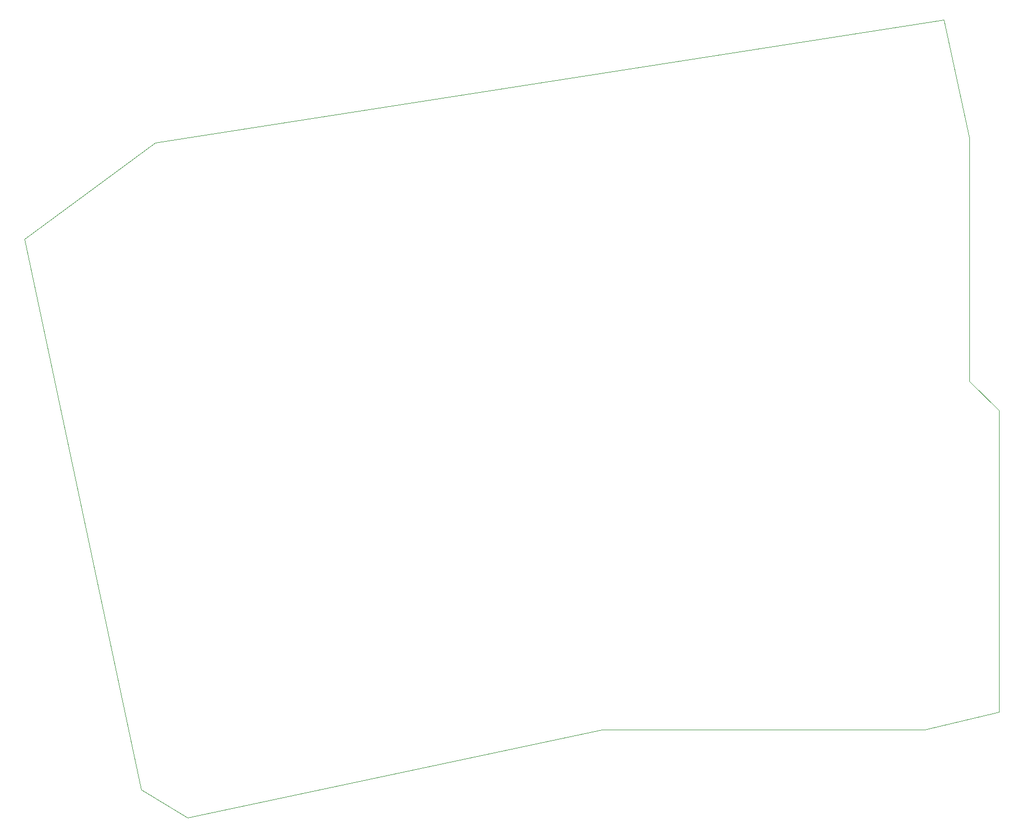
<source format=gm1>
G04 #@! TF.GenerationSoftware,KiCad,Pcbnew,(5.1.5-0-10_14)*
G04 #@! TF.CreationDate,2020-04-18T19:56:34+09:00*
G04 #@! TF.ProjectId,Colice,436f6c69-6365-42e6-9b69-6361645f7063,rev?*
G04 #@! TF.SameCoordinates,Original*
G04 #@! TF.FileFunction,Profile,NP*
%FSLAX46Y46*%
G04 Gerber Fmt 4.6, Leading zero omitted, Abs format (unit mm)*
G04 Created by KiCad (PCBNEW (5.1.5-0-10_14)) date 2020-04-18 19:56:34*
%MOMM*%
%LPD*%
G04 APERTURE LIST*
%ADD10C,0.050000*%
G04 APERTURE END LIST*
D10*
X193040000Y-144970500D02*
X180975000Y-147828000D01*
X55880000Y-52387500D02*
X184086500Y-32448500D01*
X61150500Y-162179000D02*
X53594000Y-157607000D01*
X188214000Y-91186000D02*
X193040000Y-95948500D01*
X184086500Y-32448500D02*
X188214000Y-51625500D01*
X188214000Y-51625500D02*
X188214000Y-91186000D01*
X34671000Y-68072000D02*
X55880000Y-52387500D01*
X53594000Y-157607000D02*
X34671000Y-68072000D01*
X128524000Y-147828000D02*
X61150500Y-162179000D01*
X180975000Y-147828000D02*
X128524000Y-147828000D01*
X193040000Y-95948500D02*
X193040000Y-144970500D01*
M02*

</source>
